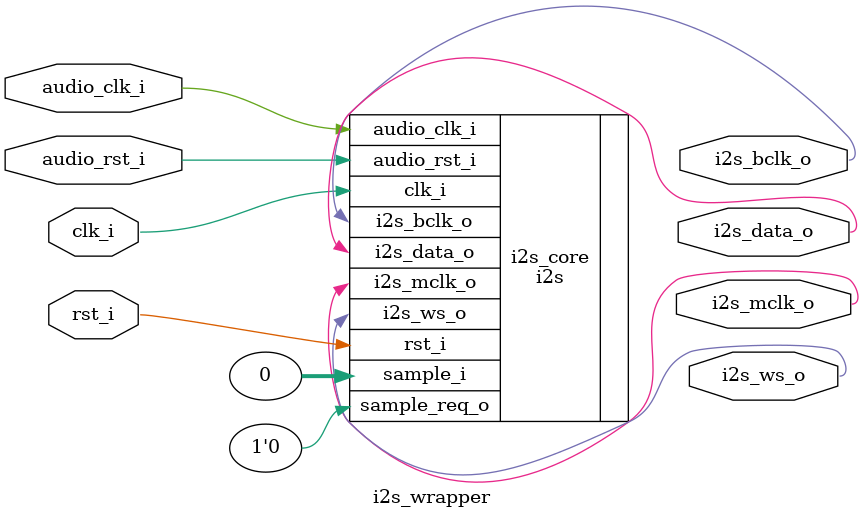
<source format=sv>
module i2s_wrapper
(
    // Main clock (min 2x audio_clk_i)
    input           clk_i,
    input           rst_i,

    // Audio clock (MCLK x 2):
    // For 44.1KHz: 22.5792MHz
    // For 48KHz:   24.576MHz
    input           audio_clk_i,
    input           audio_rst_i,
    
    // I2S DAC Interface
    output          i2s_mclk_o,
    output          i2s_bclk_o,
    output          i2s_ws_o,
    output          i2s_data_o
);


i2s i2s_core(
    .clk_i(clk_i),
    .rst_i(rst_i),
    .audio_clk_i (audio_clk_i),
    .audio_rst_i (audio_rst_i),
    .i2s_mclk_o  (i2s_mclk_o),
    .i2s_bclk_o  (i2s_bclk_o),
    .i2s_ws_o    (i2s_ws_o),
    .i2s_data_o  (i2s_data_o),
    .sample_i    (32'b0),
    .sample_req_o(1'b0)
);


endmodule

</source>
